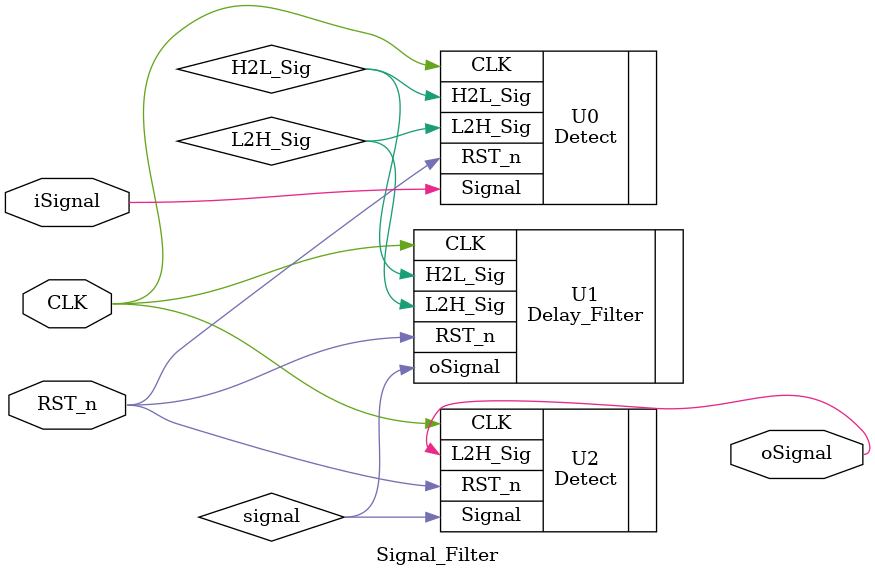
<source format=v>
module Signal_Filter #(parameter FILTER_NUM = 10)(CLK,RST_n,iSignal,oSignal);

input CLK;//Ê¹ÓÃÊ±ÖÓÎªPLL±¶ÆµºóµÄ100MHz×÷ÎªÑÓÊ±¹ýÂËÊ±ÖÓ£¬
input RST_n;
input iSignal;
output oSignal;

/**************************************************************/
wire H2L_Sig;
wire L2H_Sig;

         Detect  U0
		 (
		     .CLK(CLK),
			  .RST_n(RST_n),
			  .Signal(iSignal),//input from top
			  .H2L_Sig(H2L_Sig),//output to U1
			  .L2H_Sig(L2H_Sig)//output to U1
		 );
wire signal;		 
		 Delay_Filter  #(.NUM(FILTER_NUM)) U1
		 (
		     .CLK(CLK),
			  .RST_n(RST_n),
			  .H2L_Sig(H2L_Sig),//from U0
			  .L2H_Sig(L2H_Sig),//from U0
			  .oSignal(signal)//output to U2
		 );
		 Detect  U2
		 (
		     .CLK(CLK),
			  .RST_n(RST_n),
			  .Signal(signal),//input from U1
			  .L2H_Sig(oSignal)//output to top
		 );


endmodule

</source>
